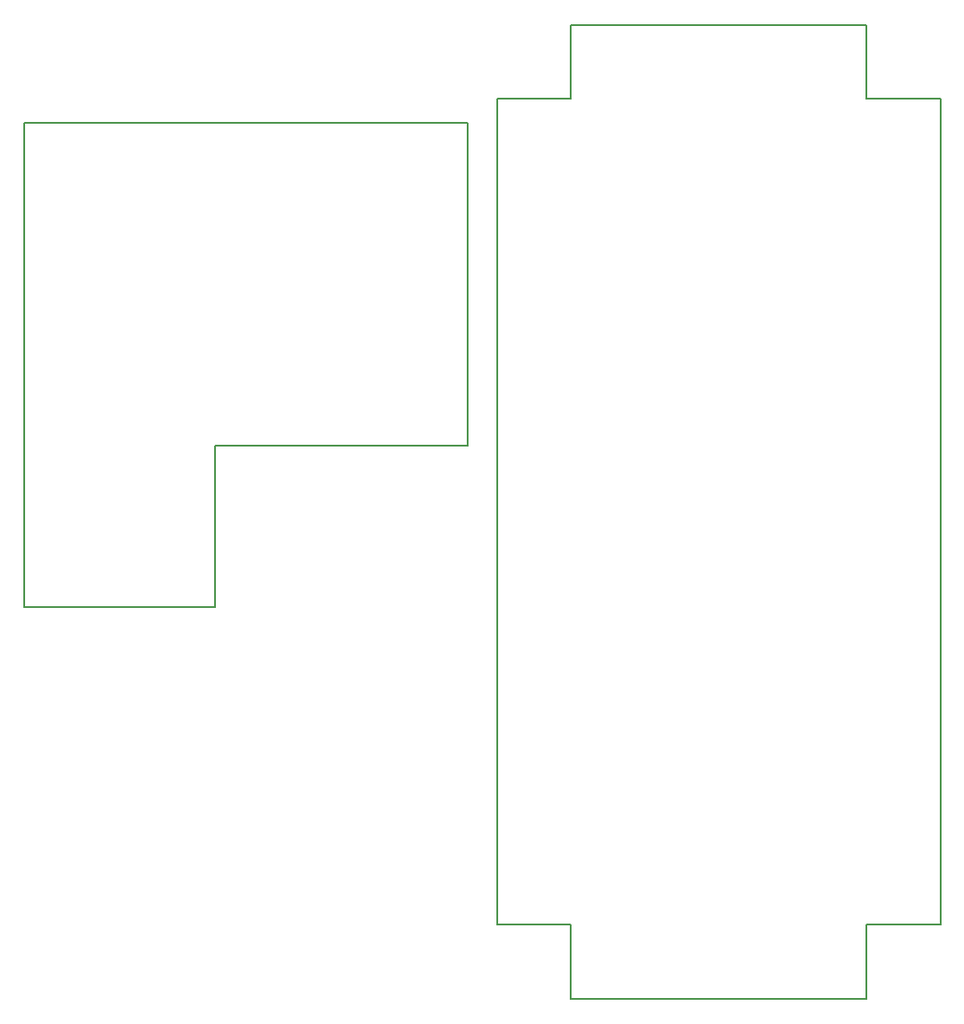
<source format=gbr>
G04 #@! TF.FileFunction,Profile,NP*
%FSLAX46Y46*%
G04 Gerber Fmt 4.6, Leading zero omitted, Abs format (unit mm)*
G04 Created by KiCad (PCBNEW 4.0.7) date 03/22/18 23:55:52*
%MOMM*%
%LPD*%
G01*
G04 APERTURE LIST*
%ADD10C,0.100000*%
%ADD11C,0.150000*%
G04 APERTURE END LIST*
D10*
D11*
X80899000Y-115189000D02*
X38989000Y-115189000D01*
X80899000Y-145669000D02*
X80899000Y-115189000D01*
X57023000Y-145669000D02*
X57023000Y-160909000D01*
X57023000Y-145669000D02*
X80899000Y-145669000D01*
X38989000Y-160909000D02*
X38989000Y-115189000D01*
X57023000Y-160909000D02*
X38989000Y-160909000D01*
X125603000Y-190881000D02*
X125603000Y-112903000D01*
X90678000Y-197866000D02*
X118618000Y-197866000D01*
X90678000Y-190881000D02*
X83693000Y-190881000D01*
X83693000Y-112903000D02*
X83693000Y-190881000D01*
X118618000Y-105918000D02*
X90678000Y-105918000D01*
X90678000Y-112903000D02*
X83693000Y-112903000D01*
X90678000Y-105918000D02*
X90678000Y-112903000D01*
X118618000Y-112903000D02*
X125603000Y-112903000D01*
X118618000Y-105918000D02*
X118618000Y-112903000D01*
X118618000Y-190881000D02*
X118618000Y-197866000D01*
X125603000Y-190881000D02*
X118618000Y-190881000D01*
X90678000Y-190881000D02*
X90678000Y-197866000D01*
M02*

</source>
